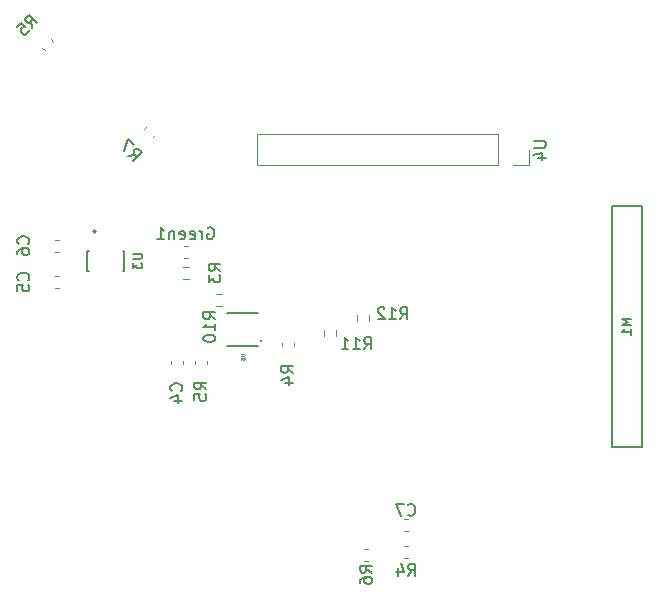
<source format=gbr>
%TF.GenerationSoftware,KiCad,Pcbnew,9.0.0*%
%TF.CreationDate,2026-02-03T13:11:21-06:00*%
%TF.ProjectId,FiltSure Prototype Three,46696c74-5375-4726-9520-50726f746f74,rev?*%
%TF.SameCoordinates,Original*%
%TF.FileFunction,Legend,Bot*%
%TF.FilePolarity,Positive*%
%FSLAX46Y46*%
G04 Gerber Fmt 4.6, Leading zero omitted, Abs format (unit mm)*
G04 Created by KiCad (PCBNEW 9.0.0) date 2026-02-03 13:11:21*
%MOMM*%
%LPD*%
G01*
G04 APERTURE LIST*
%ADD10C,0.150000*%
%ADD11C,0.080430*%
%ADD12C,0.120000*%
%ADD13C,0.127000*%
%ADD14C,0.200000*%
%ADD15C,0.203200*%
G04 APERTURE END LIST*
D10*
X128987392Y-103396419D02*
X129320725Y-102920228D01*
X129558820Y-103396419D02*
X129558820Y-102396419D01*
X129558820Y-102396419D02*
X129177868Y-102396419D01*
X129177868Y-102396419D02*
X129082630Y-102444038D01*
X129082630Y-102444038D02*
X129035011Y-102491657D01*
X129035011Y-102491657D02*
X128987392Y-102586895D01*
X128987392Y-102586895D02*
X128987392Y-102729752D01*
X128987392Y-102729752D02*
X129035011Y-102824990D01*
X129035011Y-102824990D02*
X129082630Y-102872609D01*
X129082630Y-102872609D02*
X129177868Y-102920228D01*
X129177868Y-102920228D02*
X129558820Y-102920228D01*
X128035011Y-103396419D02*
X128606439Y-103396419D01*
X128320725Y-103396419D02*
X128320725Y-102396419D01*
X128320725Y-102396419D02*
X128415963Y-102539276D01*
X128415963Y-102539276D02*
X128511201Y-102634514D01*
X128511201Y-102634514D02*
X128606439Y-102682133D01*
X127082630Y-103396419D02*
X127654058Y-103396419D01*
X127368344Y-103396419D02*
X127368344Y-102396419D01*
X127368344Y-102396419D02*
X127463582Y-102539276D01*
X127463582Y-102539276D02*
X127558820Y-102634514D01*
X127558820Y-102634514D02*
X127654058Y-102682133D01*
X132035392Y-100856419D02*
X132368725Y-100380228D01*
X132606820Y-100856419D02*
X132606820Y-99856419D01*
X132606820Y-99856419D02*
X132225868Y-99856419D01*
X132225868Y-99856419D02*
X132130630Y-99904038D01*
X132130630Y-99904038D02*
X132083011Y-99951657D01*
X132083011Y-99951657D02*
X132035392Y-100046895D01*
X132035392Y-100046895D02*
X132035392Y-100189752D01*
X132035392Y-100189752D02*
X132083011Y-100284990D01*
X132083011Y-100284990D02*
X132130630Y-100332609D01*
X132130630Y-100332609D02*
X132225868Y-100380228D01*
X132225868Y-100380228D02*
X132606820Y-100380228D01*
X131083011Y-100856419D02*
X131654439Y-100856419D01*
X131368725Y-100856419D02*
X131368725Y-99856419D01*
X131368725Y-99856419D02*
X131463963Y-99999276D01*
X131463963Y-99999276D02*
X131559201Y-100094514D01*
X131559201Y-100094514D02*
X131654439Y-100142133D01*
X130702058Y-99951657D02*
X130654439Y-99904038D01*
X130654439Y-99904038D02*
X130559201Y-99856419D01*
X130559201Y-99856419D02*
X130321106Y-99856419D01*
X130321106Y-99856419D02*
X130225868Y-99904038D01*
X130225868Y-99904038D02*
X130178249Y-99951657D01*
X130178249Y-99951657D02*
X130130630Y-100046895D01*
X130130630Y-100046895D02*
X130130630Y-100142133D01*
X130130630Y-100142133D02*
X130178249Y-100284990D01*
X130178249Y-100284990D02*
X130749677Y-100856419D01*
X130749677Y-100856419D02*
X130130630Y-100856419D01*
X100906886Y-76187947D02*
X100805871Y-75615528D01*
X101310947Y-75783886D02*
X100603840Y-75076780D01*
X100603840Y-75076780D02*
X100334466Y-75346154D01*
X100334466Y-75346154D02*
X100300794Y-75447169D01*
X100300794Y-75447169D02*
X100300794Y-75514512D01*
X100300794Y-75514512D02*
X100334466Y-75615528D01*
X100334466Y-75615528D02*
X100435481Y-75716543D01*
X100435481Y-75716543D02*
X100536497Y-75750215D01*
X100536497Y-75750215D02*
X100603840Y-75750215D01*
X100603840Y-75750215D02*
X100704855Y-75716543D01*
X100704855Y-75716543D02*
X100974229Y-75447169D01*
X99560016Y-76120604D02*
X99896733Y-75783886D01*
X99896733Y-75783886D02*
X100267123Y-76086932D01*
X100267123Y-76086932D02*
X100199779Y-76086932D01*
X100199779Y-76086932D02*
X100098764Y-76120604D01*
X100098764Y-76120604D02*
X99930405Y-76288963D01*
X99930405Y-76288963D02*
X99896733Y-76389978D01*
X99896733Y-76389978D02*
X99896733Y-76457321D01*
X99896733Y-76457321D02*
X99930405Y-76558337D01*
X99930405Y-76558337D02*
X100098764Y-76726695D01*
X100098764Y-76726695D02*
X100199779Y-76760367D01*
X100199779Y-76760367D02*
X100267123Y-76760367D01*
X100267123Y-76760367D02*
X100368138Y-76726695D01*
X100368138Y-76726695D02*
X100536497Y-76558337D01*
X100536497Y-76558337D02*
X100570168Y-76457321D01*
X100570168Y-76457321D02*
X100570168Y-76389978D01*
D11*
X118542531Y-103789479D02*
X118802971Y-103789479D01*
X118802971Y-103789479D02*
X118833611Y-103804799D01*
X118833611Y-103804799D02*
X118848932Y-103820119D01*
X118848932Y-103820119D02*
X118864252Y-103850759D01*
X118864252Y-103850759D02*
X118864252Y-103912039D01*
X118864252Y-103912039D02*
X118848932Y-103942679D01*
X118848932Y-103942679D02*
X118833611Y-103957999D01*
X118833611Y-103957999D02*
X118802971Y-103973319D01*
X118802971Y-103973319D02*
X118542531Y-103973319D01*
X118542531Y-104279720D02*
X118542531Y-104126520D01*
X118542531Y-104126520D02*
X118695731Y-104111200D01*
X118695731Y-104111200D02*
X118680411Y-104126520D01*
X118680411Y-104126520D02*
X118665091Y-104157160D01*
X118665091Y-104157160D02*
X118665091Y-104233760D01*
X118665091Y-104233760D02*
X118680411Y-104264400D01*
X118680411Y-104264400D02*
X118695731Y-104279720D01*
X118695731Y-104279720D02*
X118726371Y-104295040D01*
X118726371Y-104295040D02*
X118802971Y-104295040D01*
X118802971Y-104295040D02*
X118833611Y-104279720D01*
X118833611Y-104279720D02*
X118848932Y-104264400D01*
X118848932Y-104264400D02*
X118864252Y-104233760D01*
X118864252Y-104233760D02*
X118864252Y-104157160D01*
X118864252Y-104157160D02*
X118848932Y-104126520D01*
X118848932Y-104126520D02*
X118833611Y-104111200D01*
D10*
X122984419Y-105391933D02*
X122508228Y-105058600D01*
X122984419Y-104820505D02*
X121984419Y-104820505D01*
X121984419Y-104820505D02*
X121984419Y-105201457D01*
X121984419Y-105201457D02*
X122032038Y-105296695D01*
X122032038Y-105296695D02*
X122079657Y-105344314D01*
X122079657Y-105344314D02*
X122174895Y-105391933D01*
X122174895Y-105391933D02*
X122317752Y-105391933D01*
X122317752Y-105391933D02*
X122412990Y-105344314D01*
X122412990Y-105344314D02*
X122460609Y-105296695D01*
X122460609Y-105296695D02*
X122508228Y-105201457D01*
X122508228Y-105201457D02*
X122508228Y-104820505D01*
X122317752Y-106249076D02*
X122984419Y-106249076D01*
X121936800Y-106010981D02*
X122651085Y-105772886D01*
X122651085Y-105772886D02*
X122651085Y-106391933D01*
X129635419Y-122308333D02*
X129159228Y-121975000D01*
X129635419Y-121736905D02*
X128635419Y-121736905D01*
X128635419Y-121736905D02*
X128635419Y-122117857D01*
X128635419Y-122117857D02*
X128683038Y-122213095D01*
X128683038Y-122213095D02*
X128730657Y-122260714D01*
X128730657Y-122260714D02*
X128825895Y-122308333D01*
X128825895Y-122308333D02*
X128968752Y-122308333D01*
X128968752Y-122308333D02*
X129063990Y-122260714D01*
X129063990Y-122260714D02*
X129111609Y-122213095D01*
X129111609Y-122213095D02*
X129159228Y-122117857D01*
X129159228Y-122117857D02*
X129159228Y-121736905D01*
X128635419Y-123165476D02*
X128635419Y-122975000D01*
X128635419Y-122975000D02*
X128683038Y-122879762D01*
X128683038Y-122879762D02*
X128730657Y-122832143D01*
X128730657Y-122832143D02*
X128873514Y-122736905D01*
X128873514Y-122736905D02*
X129063990Y-122689286D01*
X129063990Y-122689286D02*
X129444942Y-122689286D01*
X129444942Y-122689286D02*
X129540180Y-122736905D01*
X129540180Y-122736905D02*
X129587800Y-122784524D01*
X129587800Y-122784524D02*
X129635419Y-122879762D01*
X129635419Y-122879762D02*
X129635419Y-123070238D01*
X129635419Y-123070238D02*
X129587800Y-123165476D01*
X129587800Y-123165476D02*
X129540180Y-123213095D01*
X129540180Y-123213095D02*
X129444942Y-123260714D01*
X129444942Y-123260714D02*
X129206847Y-123260714D01*
X129206847Y-123260714D02*
X129111609Y-123213095D01*
X129111609Y-123213095D02*
X129063990Y-123165476D01*
X129063990Y-123165476D02*
X129016371Y-123070238D01*
X129016371Y-123070238D02*
X129016371Y-122879762D01*
X129016371Y-122879762D02*
X129063990Y-122784524D01*
X129063990Y-122784524D02*
X129111609Y-122736905D01*
X129111609Y-122736905D02*
X129206847Y-122689286D01*
X115618419Y-106800753D02*
X115142228Y-106467420D01*
X115618419Y-106229325D02*
X114618419Y-106229325D01*
X114618419Y-106229325D02*
X114618419Y-106610277D01*
X114618419Y-106610277D02*
X114666038Y-106705515D01*
X114666038Y-106705515D02*
X114713657Y-106753134D01*
X114713657Y-106753134D02*
X114808895Y-106800753D01*
X114808895Y-106800753D02*
X114951752Y-106800753D01*
X114951752Y-106800753D02*
X115046990Y-106753134D01*
X115046990Y-106753134D02*
X115094609Y-106705515D01*
X115094609Y-106705515D02*
X115142228Y-106610277D01*
X115142228Y-106610277D02*
X115142228Y-106229325D01*
X114618419Y-107705515D02*
X114618419Y-107229325D01*
X114618419Y-107229325D02*
X115094609Y-107181706D01*
X115094609Y-107181706D02*
X115046990Y-107229325D01*
X115046990Y-107229325D02*
X114999371Y-107324563D01*
X114999371Y-107324563D02*
X114999371Y-107562658D01*
X114999371Y-107562658D02*
X115046990Y-107657896D01*
X115046990Y-107657896D02*
X115094609Y-107705515D01*
X115094609Y-107705515D02*
X115189847Y-107753134D01*
X115189847Y-107753134D02*
X115427942Y-107753134D01*
X115427942Y-107753134D02*
X115523180Y-107705515D01*
X115523180Y-107705515D02*
X115570800Y-107657896D01*
X115570800Y-107657896D02*
X115618419Y-107562658D01*
X115618419Y-107562658D02*
X115618419Y-107324563D01*
X115618419Y-107324563D02*
X115570800Y-107229325D01*
X115570800Y-107229325D02*
X115523180Y-107181706D01*
X132703866Y-117395180D02*
X132751485Y-117442800D01*
X132751485Y-117442800D02*
X132894342Y-117490419D01*
X132894342Y-117490419D02*
X132989580Y-117490419D01*
X132989580Y-117490419D02*
X133132437Y-117442800D01*
X133132437Y-117442800D02*
X133227675Y-117347561D01*
X133227675Y-117347561D02*
X133275294Y-117252323D01*
X133275294Y-117252323D02*
X133322913Y-117061847D01*
X133322913Y-117061847D02*
X133322913Y-116918990D01*
X133322913Y-116918990D02*
X133275294Y-116728514D01*
X133275294Y-116728514D02*
X133227675Y-116633276D01*
X133227675Y-116633276D02*
X133132437Y-116538038D01*
X133132437Y-116538038D02*
X132989580Y-116490419D01*
X132989580Y-116490419D02*
X132894342Y-116490419D01*
X132894342Y-116490419D02*
X132751485Y-116538038D01*
X132751485Y-116538038D02*
X132703866Y-116585657D01*
X132370532Y-116490419D02*
X131703866Y-116490419D01*
X131703866Y-116490419D02*
X132132437Y-117490419D01*
X113491180Y-106915933D02*
X113538800Y-106868314D01*
X113538800Y-106868314D02*
X113586419Y-106725457D01*
X113586419Y-106725457D02*
X113586419Y-106630219D01*
X113586419Y-106630219D02*
X113538800Y-106487362D01*
X113538800Y-106487362D02*
X113443561Y-106392124D01*
X113443561Y-106392124D02*
X113348323Y-106344505D01*
X113348323Y-106344505D02*
X113157847Y-106296886D01*
X113157847Y-106296886D02*
X113014990Y-106296886D01*
X113014990Y-106296886D02*
X112824514Y-106344505D01*
X112824514Y-106344505D02*
X112729276Y-106392124D01*
X112729276Y-106392124D02*
X112634038Y-106487362D01*
X112634038Y-106487362D02*
X112586419Y-106630219D01*
X112586419Y-106630219D02*
X112586419Y-106725457D01*
X112586419Y-106725457D02*
X112634038Y-106868314D01*
X112634038Y-106868314D02*
X112681657Y-106915933D01*
X112919752Y-107773076D02*
X113586419Y-107773076D01*
X112538800Y-107534981D02*
X113253085Y-107296886D01*
X113253085Y-107296886D02*
X113253085Y-107915933D01*
X115726933Y-93123038D02*
X115822171Y-93075419D01*
X115822171Y-93075419D02*
X115965028Y-93075419D01*
X115965028Y-93075419D02*
X116107885Y-93123038D01*
X116107885Y-93123038D02*
X116203123Y-93218276D01*
X116203123Y-93218276D02*
X116250742Y-93313514D01*
X116250742Y-93313514D02*
X116298361Y-93503990D01*
X116298361Y-93503990D02*
X116298361Y-93646847D01*
X116298361Y-93646847D02*
X116250742Y-93837323D01*
X116250742Y-93837323D02*
X116203123Y-93932561D01*
X116203123Y-93932561D02*
X116107885Y-94027800D01*
X116107885Y-94027800D02*
X115965028Y-94075419D01*
X115965028Y-94075419D02*
X115869790Y-94075419D01*
X115869790Y-94075419D02*
X115726933Y-94027800D01*
X115726933Y-94027800D02*
X115679314Y-93980180D01*
X115679314Y-93980180D02*
X115679314Y-93646847D01*
X115679314Y-93646847D02*
X115869790Y-93646847D01*
X115250742Y-94075419D02*
X115250742Y-93408752D01*
X115250742Y-93599228D02*
X115203123Y-93503990D01*
X115203123Y-93503990D02*
X115155504Y-93456371D01*
X115155504Y-93456371D02*
X115060266Y-93408752D01*
X115060266Y-93408752D02*
X114965028Y-93408752D01*
X114250742Y-94027800D02*
X114345980Y-94075419D01*
X114345980Y-94075419D02*
X114536456Y-94075419D01*
X114536456Y-94075419D02*
X114631694Y-94027800D01*
X114631694Y-94027800D02*
X114679313Y-93932561D01*
X114679313Y-93932561D02*
X114679313Y-93551609D01*
X114679313Y-93551609D02*
X114631694Y-93456371D01*
X114631694Y-93456371D02*
X114536456Y-93408752D01*
X114536456Y-93408752D02*
X114345980Y-93408752D01*
X114345980Y-93408752D02*
X114250742Y-93456371D01*
X114250742Y-93456371D02*
X114203123Y-93551609D01*
X114203123Y-93551609D02*
X114203123Y-93646847D01*
X114203123Y-93646847D02*
X114679313Y-93742085D01*
X113393599Y-94027800D02*
X113488837Y-94075419D01*
X113488837Y-94075419D02*
X113679313Y-94075419D01*
X113679313Y-94075419D02*
X113774551Y-94027800D01*
X113774551Y-94027800D02*
X113822170Y-93932561D01*
X113822170Y-93932561D02*
X113822170Y-93551609D01*
X113822170Y-93551609D02*
X113774551Y-93456371D01*
X113774551Y-93456371D02*
X113679313Y-93408752D01*
X113679313Y-93408752D02*
X113488837Y-93408752D01*
X113488837Y-93408752D02*
X113393599Y-93456371D01*
X113393599Y-93456371D02*
X113345980Y-93551609D01*
X113345980Y-93551609D02*
X113345980Y-93646847D01*
X113345980Y-93646847D02*
X113822170Y-93742085D01*
X112917408Y-93408752D02*
X112917408Y-94075419D01*
X112917408Y-93503990D02*
X112869789Y-93456371D01*
X112869789Y-93456371D02*
X112774551Y-93408752D01*
X112774551Y-93408752D02*
X112631694Y-93408752D01*
X112631694Y-93408752D02*
X112536456Y-93456371D01*
X112536456Y-93456371D02*
X112488837Y-93551609D01*
X112488837Y-93551609D02*
X112488837Y-94075419D01*
X111488837Y-94075419D02*
X112060265Y-94075419D01*
X111774551Y-94075419D02*
X111774551Y-93075419D01*
X111774551Y-93075419D02*
X111869789Y-93218276D01*
X111869789Y-93218276D02*
X111965027Y-93313514D01*
X111965027Y-93313514D02*
X112060265Y-93361133D01*
X132703866Y-122570419D02*
X133037199Y-122094228D01*
X133275294Y-122570419D02*
X133275294Y-121570419D01*
X133275294Y-121570419D02*
X132894342Y-121570419D01*
X132894342Y-121570419D02*
X132799104Y-121618038D01*
X132799104Y-121618038D02*
X132751485Y-121665657D01*
X132751485Y-121665657D02*
X132703866Y-121760895D01*
X132703866Y-121760895D02*
X132703866Y-121903752D01*
X132703866Y-121903752D02*
X132751485Y-121998990D01*
X132751485Y-121998990D02*
X132799104Y-122046609D01*
X132799104Y-122046609D02*
X132894342Y-122094228D01*
X132894342Y-122094228D02*
X133275294Y-122094228D01*
X131846723Y-121903752D02*
X131846723Y-122570419D01*
X132084818Y-121522800D02*
X132322913Y-122237085D01*
X132322913Y-122237085D02*
X131703866Y-122237085D01*
X116812219Y-96771733D02*
X116336028Y-96438400D01*
X116812219Y-96200305D02*
X115812219Y-96200305D01*
X115812219Y-96200305D02*
X115812219Y-96581257D01*
X115812219Y-96581257D02*
X115859838Y-96676495D01*
X115859838Y-96676495D02*
X115907457Y-96724114D01*
X115907457Y-96724114D02*
X116002695Y-96771733D01*
X116002695Y-96771733D02*
X116145552Y-96771733D01*
X116145552Y-96771733D02*
X116240790Y-96724114D01*
X116240790Y-96724114D02*
X116288409Y-96676495D01*
X116288409Y-96676495D02*
X116336028Y-96581257D01*
X116336028Y-96581257D02*
X116336028Y-96200305D01*
X115812219Y-97105067D02*
X115812219Y-97724114D01*
X115812219Y-97724114D02*
X116193171Y-97390781D01*
X116193171Y-97390781D02*
X116193171Y-97533638D01*
X116193171Y-97533638D02*
X116240790Y-97628876D01*
X116240790Y-97628876D02*
X116288409Y-97676495D01*
X116288409Y-97676495D02*
X116383647Y-97724114D01*
X116383647Y-97724114D02*
X116621742Y-97724114D01*
X116621742Y-97724114D02*
X116716980Y-97676495D01*
X116716980Y-97676495D02*
X116764600Y-97628876D01*
X116764600Y-97628876D02*
X116812219Y-97533638D01*
X116812219Y-97533638D02*
X116812219Y-97247924D01*
X116812219Y-97247924D02*
X116764600Y-97152686D01*
X116764600Y-97152686D02*
X116716980Y-97105067D01*
X100537180Y-97543333D02*
X100584800Y-97495714D01*
X100584800Y-97495714D02*
X100632419Y-97352857D01*
X100632419Y-97352857D02*
X100632419Y-97257619D01*
X100632419Y-97257619D02*
X100584800Y-97114762D01*
X100584800Y-97114762D02*
X100489561Y-97019524D01*
X100489561Y-97019524D02*
X100394323Y-96971905D01*
X100394323Y-96971905D02*
X100203847Y-96924286D01*
X100203847Y-96924286D02*
X100060990Y-96924286D01*
X100060990Y-96924286D02*
X99870514Y-96971905D01*
X99870514Y-96971905D02*
X99775276Y-97019524D01*
X99775276Y-97019524D02*
X99680038Y-97114762D01*
X99680038Y-97114762D02*
X99632419Y-97257619D01*
X99632419Y-97257619D02*
X99632419Y-97352857D01*
X99632419Y-97352857D02*
X99680038Y-97495714D01*
X99680038Y-97495714D02*
X99727657Y-97543333D01*
X99632419Y-98448095D02*
X99632419Y-97971905D01*
X99632419Y-97971905D02*
X100108609Y-97924286D01*
X100108609Y-97924286D02*
X100060990Y-97971905D01*
X100060990Y-97971905D02*
X100013371Y-98067143D01*
X100013371Y-98067143D02*
X100013371Y-98305238D01*
X100013371Y-98305238D02*
X100060990Y-98400476D01*
X100060990Y-98400476D02*
X100108609Y-98448095D01*
X100108609Y-98448095D02*
X100203847Y-98495714D01*
X100203847Y-98495714D02*
X100441942Y-98495714D01*
X100441942Y-98495714D02*
X100537180Y-98448095D01*
X100537180Y-98448095D02*
X100584800Y-98400476D01*
X100584800Y-98400476D02*
X100632419Y-98305238D01*
X100632419Y-98305238D02*
X100632419Y-98067143D01*
X100632419Y-98067143D02*
X100584800Y-97971905D01*
X100584800Y-97971905D02*
X100537180Y-97924286D01*
X143364419Y-85746695D02*
X144173942Y-85746695D01*
X144173942Y-85746695D02*
X144269180Y-85794314D01*
X144269180Y-85794314D02*
X144316800Y-85841933D01*
X144316800Y-85841933D02*
X144364419Y-85937171D01*
X144364419Y-85937171D02*
X144364419Y-86127647D01*
X144364419Y-86127647D02*
X144316800Y-86222885D01*
X144316800Y-86222885D02*
X144269180Y-86270504D01*
X144269180Y-86270504D02*
X144173942Y-86318123D01*
X144173942Y-86318123D02*
X143364419Y-86318123D01*
X143697752Y-87222885D02*
X144364419Y-87222885D01*
X143316800Y-86984790D02*
X144031085Y-86746695D01*
X144031085Y-86746695D02*
X144031085Y-87365742D01*
X151588067Y-100857179D02*
X150800665Y-100857179D01*
X150800665Y-100857179D02*
X151363095Y-101119647D01*
X151363095Y-101119647D02*
X150800665Y-101382114D01*
X150800665Y-101382114D02*
X151588067Y-101382114D01*
X151588067Y-102169516D02*
X151588067Y-101719572D01*
X151588067Y-101944544D02*
X150800665Y-101944544D01*
X150800665Y-101944544D02*
X150913151Y-101869553D01*
X150913151Y-101869553D02*
X150988142Y-101794563D01*
X150988142Y-101794563D02*
X151025637Y-101719572D01*
X109025399Y-87040502D02*
X109597818Y-86939487D01*
X109429460Y-87444563D02*
X110136566Y-86737456D01*
X110136566Y-86737456D02*
X109867192Y-86468082D01*
X109867192Y-86468082D02*
X109766177Y-86434410D01*
X109766177Y-86434410D02*
X109698834Y-86434410D01*
X109698834Y-86434410D02*
X109597818Y-86468082D01*
X109597818Y-86468082D02*
X109496803Y-86569097D01*
X109496803Y-86569097D02*
X109463131Y-86670113D01*
X109463131Y-86670113D02*
X109463131Y-86737456D01*
X109463131Y-86737456D02*
X109496803Y-86838471D01*
X109496803Y-86838471D02*
X109766177Y-87107845D01*
X109496803Y-86097693D02*
X109025399Y-85626288D01*
X109025399Y-85626288D02*
X108621338Y-86636441D01*
X116380419Y-100851742D02*
X115904228Y-100518409D01*
X116380419Y-100280314D02*
X115380419Y-100280314D01*
X115380419Y-100280314D02*
X115380419Y-100661266D01*
X115380419Y-100661266D02*
X115428038Y-100756504D01*
X115428038Y-100756504D02*
X115475657Y-100804123D01*
X115475657Y-100804123D02*
X115570895Y-100851742D01*
X115570895Y-100851742D02*
X115713752Y-100851742D01*
X115713752Y-100851742D02*
X115808990Y-100804123D01*
X115808990Y-100804123D02*
X115856609Y-100756504D01*
X115856609Y-100756504D02*
X115904228Y-100661266D01*
X115904228Y-100661266D02*
X115904228Y-100280314D01*
X116380419Y-101804123D02*
X116380419Y-101232695D01*
X116380419Y-101518409D02*
X115380419Y-101518409D01*
X115380419Y-101518409D02*
X115523276Y-101423171D01*
X115523276Y-101423171D02*
X115618514Y-101327933D01*
X115618514Y-101327933D02*
X115666133Y-101232695D01*
X115380419Y-102423171D02*
X115380419Y-102518409D01*
X115380419Y-102518409D02*
X115428038Y-102613647D01*
X115428038Y-102613647D02*
X115475657Y-102661266D01*
X115475657Y-102661266D02*
X115570895Y-102708885D01*
X115570895Y-102708885D02*
X115761371Y-102756504D01*
X115761371Y-102756504D02*
X115999466Y-102756504D01*
X115999466Y-102756504D02*
X116189942Y-102708885D01*
X116189942Y-102708885D02*
X116285180Y-102661266D01*
X116285180Y-102661266D02*
X116332800Y-102613647D01*
X116332800Y-102613647D02*
X116380419Y-102518409D01*
X116380419Y-102518409D02*
X116380419Y-102423171D01*
X116380419Y-102423171D02*
X116332800Y-102327933D01*
X116332800Y-102327933D02*
X116285180Y-102280314D01*
X116285180Y-102280314D02*
X116189942Y-102232695D01*
X116189942Y-102232695D02*
X115999466Y-102185076D01*
X115999466Y-102185076D02*
X115761371Y-102185076D01*
X115761371Y-102185076D02*
X115570895Y-102232695D01*
X115570895Y-102232695D02*
X115475657Y-102280314D01*
X115475657Y-102280314D02*
X115428038Y-102327933D01*
X115428038Y-102327933D02*
X115380419Y-102423171D01*
X109390482Y-95295072D02*
X110040230Y-95295072D01*
X110040230Y-95295072D02*
X110116671Y-95333292D01*
X110116671Y-95333292D02*
X110154892Y-95371513D01*
X110154892Y-95371513D02*
X110193112Y-95447954D01*
X110193112Y-95447954D02*
X110193112Y-95600836D01*
X110193112Y-95600836D02*
X110154892Y-95677277D01*
X110154892Y-95677277D02*
X110116671Y-95715497D01*
X110116671Y-95715497D02*
X110040230Y-95753718D01*
X110040230Y-95753718D02*
X109390482Y-95753718D01*
X109390482Y-96059481D02*
X109390482Y-96556347D01*
X109390482Y-96556347D02*
X109696246Y-96288804D01*
X109696246Y-96288804D02*
X109696246Y-96403465D01*
X109696246Y-96403465D02*
X109734466Y-96479906D01*
X109734466Y-96479906D02*
X109772687Y-96518127D01*
X109772687Y-96518127D02*
X109849128Y-96556347D01*
X109849128Y-96556347D02*
X110040230Y-96556347D01*
X110040230Y-96556347D02*
X110116671Y-96518127D01*
X110116671Y-96518127D02*
X110154892Y-96479906D01*
X110154892Y-96479906D02*
X110193112Y-96403465D01*
X110193112Y-96403465D02*
X110193112Y-96174142D01*
X110193112Y-96174142D02*
X110154892Y-96097701D01*
X110154892Y-96097701D02*
X110116671Y-96059481D01*
X100537180Y-94469933D02*
X100584800Y-94422314D01*
X100584800Y-94422314D02*
X100632419Y-94279457D01*
X100632419Y-94279457D02*
X100632419Y-94184219D01*
X100632419Y-94184219D02*
X100584800Y-94041362D01*
X100584800Y-94041362D02*
X100489561Y-93946124D01*
X100489561Y-93946124D02*
X100394323Y-93898505D01*
X100394323Y-93898505D02*
X100203847Y-93850886D01*
X100203847Y-93850886D02*
X100060990Y-93850886D01*
X100060990Y-93850886D02*
X99870514Y-93898505D01*
X99870514Y-93898505D02*
X99775276Y-93946124D01*
X99775276Y-93946124D02*
X99680038Y-94041362D01*
X99680038Y-94041362D02*
X99632419Y-94184219D01*
X99632419Y-94184219D02*
X99632419Y-94279457D01*
X99632419Y-94279457D02*
X99680038Y-94422314D01*
X99680038Y-94422314D02*
X99727657Y-94469933D01*
X99632419Y-95327076D02*
X99632419Y-95136600D01*
X99632419Y-95136600D02*
X99680038Y-95041362D01*
X99680038Y-95041362D02*
X99727657Y-94993743D01*
X99727657Y-94993743D02*
X99870514Y-94898505D01*
X99870514Y-94898505D02*
X100060990Y-94850886D01*
X100060990Y-94850886D02*
X100441942Y-94850886D01*
X100441942Y-94850886D02*
X100537180Y-94898505D01*
X100537180Y-94898505D02*
X100584800Y-94946124D01*
X100584800Y-94946124D02*
X100632419Y-95041362D01*
X100632419Y-95041362D02*
X100632419Y-95231838D01*
X100632419Y-95231838D02*
X100584800Y-95327076D01*
X100584800Y-95327076D02*
X100537180Y-95374695D01*
X100537180Y-95374695D02*
X100441942Y-95422314D01*
X100441942Y-95422314D02*
X100203847Y-95422314D01*
X100203847Y-95422314D02*
X100108609Y-95374695D01*
X100108609Y-95374695D02*
X100060990Y-95327076D01*
X100060990Y-95327076D02*
X100013371Y-95231838D01*
X100013371Y-95231838D02*
X100013371Y-95041362D01*
X100013371Y-95041362D02*
X100060990Y-94946124D01*
X100060990Y-94946124D02*
X100108609Y-94898505D01*
X100108609Y-94898505D02*
X100203847Y-94850886D01*
D12*
%TO.C,R5*%
X101749570Y-77879819D02*
X101948381Y-78078630D01*
X102470819Y-77158570D02*
X102669630Y-77357381D01*
D13*
%TO.C,U5*%
X117373600Y-100322600D02*
X119973600Y-100322600D01*
X117373600Y-103092600D02*
X119973600Y-103092600D01*
D14*
X120323600Y-102707600D02*
G75*
G02*
X120223600Y-102707600I-50000J0D01*
G01*
X120223600Y-102707600D02*
G75*
G02*
X120323600Y-102707600I50000J0D01*
G01*
D12*
%TO.C,R4*%
X122019600Y-103159180D02*
X122019600Y-102878020D01*
X123039600Y-103159180D02*
X123039600Y-102878020D01*
%TO.C,R6*%
X129274180Y-120288600D02*
X128993020Y-120288600D01*
X129274180Y-121308600D02*
X128993020Y-121308600D01*
%TO.C,R12*%
X128357100Y-100969858D02*
X128357100Y-100495342D01*
X129402100Y-100969858D02*
X129402100Y-100495342D01*
%TO.C,R5*%
X114653600Y-104402020D02*
X114653600Y-104683180D01*
X115673600Y-104402020D02*
X115673600Y-104683180D01*
%TO.C,C7*%
X132677780Y-117795600D02*
X132396620Y-117795600D01*
X132677780Y-118815600D02*
X132396620Y-118815600D01*
%TO.C,C4*%
X112621600Y-104402020D02*
X112621600Y-104683180D01*
X113641600Y-104402020D02*
X113641600Y-104683180D01*
%TO.C,Green1*%
X113753020Y-94634600D02*
X114034180Y-94634600D01*
X113753020Y-95654600D02*
X114034180Y-95654600D01*
%TO.C,R4*%
X132677780Y-120081600D02*
X132396620Y-120081600D01*
X132677780Y-121101600D02*
X132396620Y-121101600D01*
%TO.C,R3*%
X113656342Y-96400100D02*
X114130858Y-96400100D01*
X113656342Y-97445100D02*
X114130858Y-97445100D01*
%TO.C,C5*%
X103112180Y-97174600D02*
X102831020Y-97174600D01*
X103112180Y-98194600D02*
X102831020Y-98194600D01*
%TO.C,R11*%
X125563100Y-102239858D02*
X125563100Y-101765342D01*
X126608100Y-102239858D02*
X126608100Y-101765342D01*
%TO.C,U4*%
X119929600Y-87838600D02*
X119929600Y-85178600D01*
X140309600Y-85178600D02*
X119929600Y-85178600D01*
X140309600Y-87838600D02*
X119929600Y-87838600D01*
X140309600Y-87838600D02*
X140309600Y-85178600D01*
X141579600Y-87838600D02*
X142909600Y-87838600D01*
X142909600Y-87838600D02*
X142909600Y-86508600D01*
D15*
%TO.C,M1*%
X149936200Y-91309200D02*
X149936200Y-111680000D01*
X149936200Y-111680000D02*
X152527000Y-111680000D01*
X152527000Y-91309200D02*
X149936200Y-91309200D01*
X152527000Y-111680000D02*
X152527000Y-91309200D01*
D12*
%TO.C,R7*%
X110385570Y-84723381D02*
X110584381Y-84524570D01*
X111106819Y-85444630D02*
X111305630Y-85245819D01*
%TO.C,R10*%
X116450342Y-98686100D02*
X116924858Y-98686100D01*
X116450342Y-99731100D02*
X116924858Y-99731100D01*
D13*
%TO.C,U3*%
X105551600Y-95056600D02*
X105651600Y-95056600D01*
X105551600Y-96756600D02*
X105551600Y-95056600D01*
X105551600Y-96756600D02*
X105651600Y-96756600D01*
X108651600Y-95056600D02*
X108551600Y-95056600D01*
X108651600Y-96756600D02*
X108551600Y-96756600D01*
X108651600Y-96756600D02*
X108651600Y-95056600D01*
D14*
X106251600Y-93437600D02*
G75*
G02*
X106051600Y-93437600I-100000J0D01*
G01*
X106051600Y-93437600D02*
G75*
G02*
X106251600Y-93437600I100000J0D01*
G01*
D12*
%TO.C,C6*%
X103112180Y-94126600D02*
X102831020Y-94126600D01*
X103112180Y-95146600D02*
X102831020Y-95146600D01*
%TD*%
M02*

</source>
